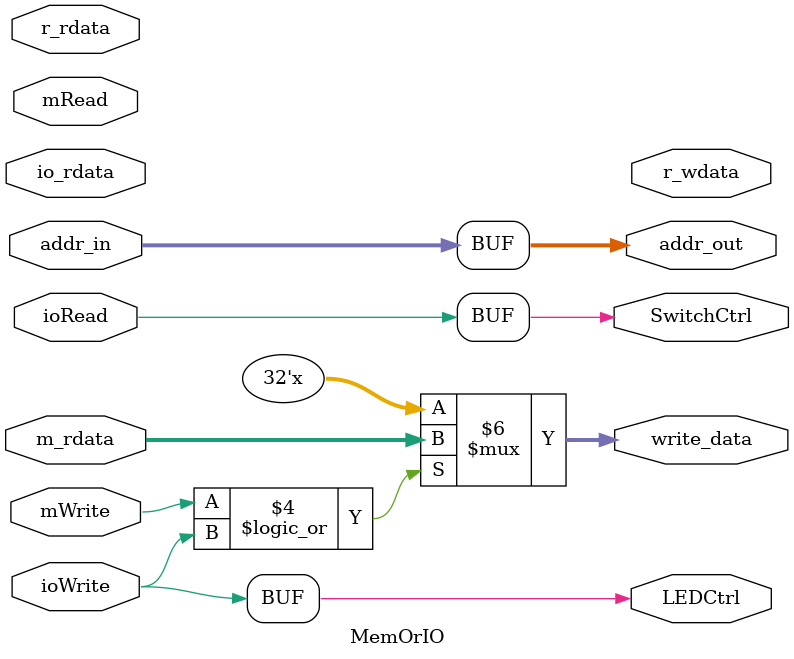
<source format=v>
`timescale 1ns / 1ps
`include "definitions.v"


// module MemOrIO( mRead, mWrite, ioRead, ioWrite,addr_in, addr_out, m_rdata, m_wdata, io_rdata, io_wdata, r_wdata, r_rdata);
//     input mRead; // read memory, from Controller
//     input mWrite; // write memory, from Controller
//     input ioRead; // read IO, from Controller
//     input ioWrite; // write IO, from Controller
//     input[`ISA_WIDTH - 1:0] addr_in; // from alu_result in ALU
//     input[`ISA_WIDTH - 1:0] m_rdata; // data read from Data-Memory
//     input[15:0] io_rdata; // data read from IO,16 bits
//     input[`ISA_WIDTH - 1:0] r_rdata; // data read from Decoder(register file)

//     output [`ISA_WIDTH - 1:0] addr_out; // address to Data-Memory
//     output reg [`ISA_WIDTH - 1:0] m_wdata; // data read from Data-Memory
//     output reg [15:0] io_wdata; 
//     output reg [`ISA_WIDTH - 1:0] r_wdata; // data to Decoder(register file)

//     assign addr_out= addr_in;
    
//     // The data wirte to register file may be from memory or io. 
//     // While the data is from io, it should be the lower 16bit of r_wdata. 
//     always @* begin
//         if (mRead) r_wdata = m_rdata;
//         else if (ioRead) r_wdata = {16'b0000_0000_0000_0000, io_rdata};
//         else r_wdata = 32'bZZZZ_ZZZZ_ZZZZ_ZZZZ_ZZZZ_ZZZZ_ZZZZ_ZZZZ;

//         if (ioWrite) io_wdata = r_rdata;

//         if (mWrite) m_wdata = r_rdata;
//         else m_wdata = 32'bZZZZ_ZZZZ_ZZZZ_ZZZZ_ZZZZ_ZZZZ_ZZZZ_ZZZZ;
//     end
module MemOrIO( mRead, mWrite, ioRead, ioWrite,addr_in, addr_out, m_rdata, io_rdata, r_wdata, r_rdata, write_data, LEDCtrl, SwitchCtrl);
    input mRead; // read memory, from Controller
    input mWrite; // write memory, from Controller
    input ioRead; // read IO, from Controller
    input ioWrite; // write IO, from Controller
    input[31:0] addr_in; // from alu_result in ALU
    output[31:0] addr_out; // address to Data-Memory
    input[31:0] m_rdata; // data read from Data-Memory
    input[15:0] io_rdata; // data read from IO,16 bits
    output[31:0] r_wdata; // data to Decoder(register file)
    input[31:0] r_rdata; // data read from Decoder(register file)
    output reg[31:0] write_data; // data to memory or I/O（m_wdata, io_wdata）
    output LEDCtrl; // LED Chip Select
    output SwitchCtrl; // Switch Chip Select
    assign addr_out= addr_in;
    // The data wirte to register file may be from memory or io. // While the data is from io, it should be the lower 16bit of r_wdata. assign r_wdata = ？？？
    // Chip select signal of Led and Switch are all active high;
    assign LEDCtrl= ioWrite;
    assign SwitchCtrl= ioRead;
    always @* begin
        if((mWrite==1)||(ioWrite==1))
        //write_data could go to either memory or IO. where is it from?
            write_data = m_rdata;
        else
            write_data = 32'hZZZZZZZZ;
    end
endmodule

</source>
